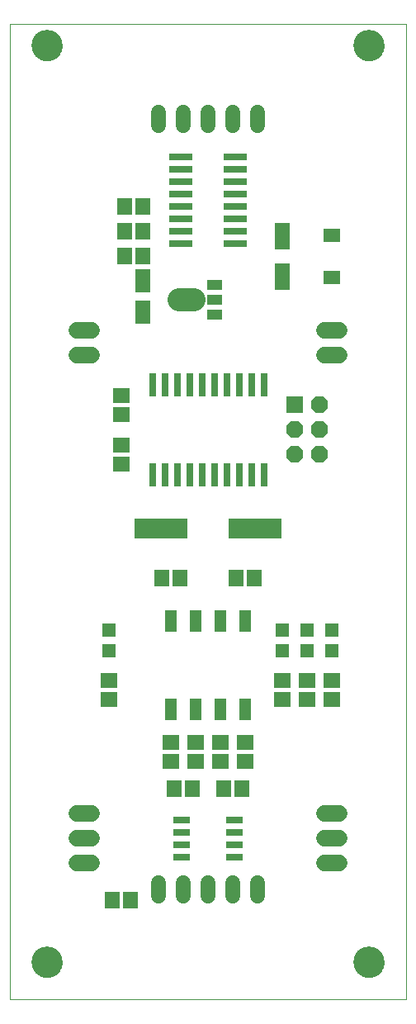
<source format=gts>
G75*
G70*
%OFA0B0*%
%FSLAX24Y24*%
%IPPOS*%
%LPD*%
%AMOC8*
5,1,8,0,0,1.08239X$1,22.5*
%
%ADD10C,0.0000*%
%ADD11C,0.1261*%
%ADD12R,0.0316X0.0946*%
%ADD13R,0.0680X0.0680*%
%ADD14OC8,0.0680*%
%ADD15R,0.0671X0.0592*%
%ADD16R,0.2180X0.0840*%
%ADD17R,0.0592X0.0671*%
%ADD18R,0.0671X0.0316*%
%ADD19R,0.0510X0.0870*%
%ADD20R,0.0659X0.0580*%
%ADD21R,0.0631X0.0946*%
%ADD22R,0.0631X0.1104*%
%ADD23C,0.0680*%
%ADD24R,0.0946X0.0316*%
%ADD25C,0.0595*%
%ADD26C,0.0946*%
%ADD27R,0.0620X0.0413*%
%ADD28R,0.0552X0.0552*%
D10*
X000156Y000655D02*
X000156Y040025D01*
X016156Y040025D01*
X016156Y000655D01*
X000156Y000655D01*
X001065Y002155D02*
X001067Y002203D01*
X001073Y002251D01*
X001083Y002298D01*
X001096Y002344D01*
X001114Y002389D01*
X001134Y002433D01*
X001159Y002475D01*
X001187Y002514D01*
X001217Y002551D01*
X001251Y002585D01*
X001288Y002617D01*
X001326Y002646D01*
X001367Y002671D01*
X001410Y002693D01*
X001455Y002711D01*
X001501Y002725D01*
X001548Y002736D01*
X001596Y002743D01*
X001644Y002746D01*
X001692Y002745D01*
X001740Y002740D01*
X001788Y002731D01*
X001834Y002719D01*
X001879Y002702D01*
X001923Y002682D01*
X001965Y002659D01*
X002005Y002632D01*
X002043Y002602D01*
X002078Y002569D01*
X002110Y002533D01*
X002140Y002495D01*
X002166Y002454D01*
X002188Y002411D01*
X002208Y002367D01*
X002223Y002322D01*
X002235Y002275D01*
X002243Y002227D01*
X002247Y002179D01*
X002247Y002131D01*
X002243Y002083D01*
X002235Y002035D01*
X002223Y001988D01*
X002208Y001943D01*
X002188Y001899D01*
X002166Y001856D01*
X002140Y001815D01*
X002110Y001777D01*
X002078Y001741D01*
X002043Y001708D01*
X002005Y001678D01*
X001965Y001651D01*
X001923Y001628D01*
X001879Y001608D01*
X001834Y001591D01*
X001788Y001579D01*
X001740Y001570D01*
X001692Y001565D01*
X001644Y001564D01*
X001596Y001567D01*
X001548Y001574D01*
X001501Y001585D01*
X001455Y001599D01*
X001410Y001617D01*
X001367Y001639D01*
X001326Y001664D01*
X001288Y001693D01*
X001251Y001725D01*
X001217Y001759D01*
X001187Y001796D01*
X001159Y001835D01*
X001134Y001877D01*
X001114Y001921D01*
X001096Y001966D01*
X001083Y002012D01*
X001073Y002059D01*
X001067Y002107D01*
X001065Y002155D01*
X014065Y002155D02*
X014067Y002203D01*
X014073Y002251D01*
X014083Y002298D01*
X014096Y002344D01*
X014114Y002389D01*
X014134Y002433D01*
X014159Y002475D01*
X014187Y002514D01*
X014217Y002551D01*
X014251Y002585D01*
X014288Y002617D01*
X014326Y002646D01*
X014367Y002671D01*
X014410Y002693D01*
X014455Y002711D01*
X014501Y002725D01*
X014548Y002736D01*
X014596Y002743D01*
X014644Y002746D01*
X014692Y002745D01*
X014740Y002740D01*
X014788Y002731D01*
X014834Y002719D01*
X014879Y002702D01*
X014923Y002682D01*
X014965Y002659D01*
X015005Y002632D01*
X015043Y002602D01*
X015078Y002569D01*
X015110Y002533D01*
X015140Y002495D01*
X015166Y002454D01*
X015188Y002411D01*
X015208Y002367D01*
X015223Y002322D01*
X015235Y002275D01*
X015243Y002227D01*
X015247Y002179D01*
X015247Y002131D01*
X015243Y002083D01*
X015235Y002035D01*
X015223Y001988D01*
X015208Y001943D01*
X015188Y001899D01*
X015166Y001856D01*
X015140Y001815D01*
X015110Y001777D01*
X015078Y001741D01*
X015043Y001708D01*
X015005Y001678D01*
X014965Y001651D01*
X014923Y001628D01*
X014879Y001608D01*
X014834Y001591D01*
X014788Y001579D01*
X014740Y001570D01*
X014692Y001565D01*
X014644Y001564D01*
X014596Y001567D01*
X014548Y001574D01*
X014501Y001585D01*
X014455Y001599D01*
X014410Y001617D01*
X014367Y001639D01*
X014326Y001664D01*
X014288Y001693D01*
X014251Y001725D01*
X014217Y001759D01*
X014187Y001796D01*
X014159Y001835D01*
X014134Y001877D01*
X014114Y001921D01*
X014096Y001966D01*
X014083Y002012D01*
X014073Y002059D01*
X014067Y002107D01*
X014065Y002155D01*
X014065Y039155D02*
X014067Y039203D01*
X014073Y039251D01*
X014083Y039298D01*
X014096Y039344D01*
X014114Y039389D01*
X014134Y039433D01*
X014159Y039475D01*
X014187Y039514D01*
X014217Y039551D01*
X014251Y039585D01*
X014288Y039617D01*
X014326Y039646D01*
X014367Y039671D01*
X014410Y039693D01*
X014455Y039711D01*
X014501Y039725D01*
X014548Y039736D01*
X014596Y039743D01*
X014644Y039746D01*
X014692Y039745D01*
X014740Y039740D01*
X014788Y039731D01*
X014834Y039719D01*
X014879Y039702D01*
X014923Y039682D01*
X014965Y039659D01*
X015005Y039632D01*
X015043Y039602D01*
X015078Y039569D01*
X015110Y039533D01*
X015140Y039495D01*
X015166Y039454D01*
X015188Y039411D01*
X015208Y039367D01*
X015223Y039322D01*
X015235Y039275D01*
X015243Y039227D01*
X015247Y039179D01*
X015247Y039131D01*
X015243Y039083D01*
X015235Y039035D01*
X015223Y038988D01*
X015208Y038943D01*
X015188Y038899D01*
X015166Y038856D01*
X015140Y038815D01*
X015110Y038777D01*
X015078Y038741D01*
X015043Y038708D01*
X015005Y038678D01*
X014965Y038651D01*
X014923Y038628D01*
X014879Y038608D01*
X014834Y038591D01*
X014788Y038579D01*
X014740Y038570D01*
X014692Y038565D01*
X014644Y038564D01*
X014596Y038567D01*
X014548Y038574D01*
X014501Y038585D01*
X014455Y038599D01*
X014410Y038617D01*
X014367Y038639D01*
X014326Y038664D01*
X014288Y038693D01*
X014251Y038725D01*
X014217Y038759D01*
X014187Y038796D01*
X014159Y038835D01*
X014134Y038877D01*
X014114Y038921D01*
X014096Y038966D01*
X014083Y039012D01*
X014073Y039059D01*
X014067Y039107D01*
X014065Y039155D01*
X001065Y039155D02*
X001067Y039203D01*
X001073Y039251D01*
X001083Y039298D01*
X001096Y039344D01*
X001114Y039389D01*
X001134Y039433D01*
X001159Y039475D01*
X001187Y039514D01*
X001217Y039551D01*
X001251Y039585D01*
X001288Y039617D01*
X001326Y039646D01*
X001367Y039671D01*
X001410Y039693D01*
X001455Y039711D01*
X001501Y039725D01*
X001548Y039736D01*
X001596Y039743D01*
X001644Y039746D01*
X001692Y039745D01*
X001740Y039740D01*
X001788Y039731D01*
X001834Y039719D01*
X001879Y039702D01*
X001923Y039682D01*
X001965Y039659D01*
X002005Y039632D01*
X002043Y039602D01*
X002078Y039569D01*
X002110Y039533D01*
X002140Y039495D01*
X002166Y039454D01*
X002188Y039411D01*
X002208Y039367D01*
X002223Y039322D01*
X002235Y039275D01*
X002243Y039227D01*
X002247Y039179D01*
X002247Y039131D01*
X002243Y039083D01*
X002235Y039035D01*
X002223Y038988D01*
X002208Y038943D01*
X002188Y038899D01*
X002166Y038856D01*
X002140Y038815D01*
X002110Y038777D01*
X002078Y038741D01*
X002043Y038708D01*
X002005Y038678D01*
X001965Y038651D01*
X001923Y038628D01*
X001879Y038608D01*
X001834Y038591D01*
X001788Y038579D01*
X001740Y038570D01*
X001692Y038565D01*
X001644Y038564D01*
X001596Y038567D01*
X001548Y038574D01*
X001501Y038585D01*
X001455Y038599D01*
X001410Y038617D01*
X001367Y038639D01*
X001326Y038664D01*
X001288Y038693D01*
X001251Y038725D01*
X001217Y038759D01*
X001187Y038796D01*
X001159Y038835D01*
X001134Y038877D01*
X001114Y038921D01*
X001096Y038966D01*
X001083Y039012D01*
X001073Y039059D01*
X001067Y039107D01*
X001065Y039155D01*
D11*
X001656Y039155D03*
X014656Y039155D03*
X014656Y002155D03*
X001656Y002155D03*
D12*
X005906Y021844D03*
X006406Y021844D03*
X006906Y021844D03*
X007406Y021844D03*
X007906Y021844D03*
X008406Y021844D03*
X008906Y021844D03*
X009406Y021844D03*
X009906Y021844D03*
X010406Y021844D03*
X010406Y025466D03*
X009906Y025466D03*
X009406Y025466D03*
X008906Y025466D03*
X008406Y025466D03*
X007906Y025466D03*
X007406Y025466D03*
X006906Y025466D03*
X006406Y025466D03*
X005906Y025466D03*
D13*
X011656Y024655D03*
D14*
X011656Y023655D03*
X011656Y022655D03*
X012656Y022655D03*
X012656Y023655D03*
X012656Y024655D03*
D15*
X013156Y013529D03*
X013156Y012781D03*
X012156Y012781D03*
X012156Y013529D03*
X011156Y013529D03*
X011156Y012781D03*
X009656Y011029D03*
X009656Y010281D03*
X008656Y010281D03*
X008656Y011029D03*
X007656Y011029D03*
X007656Y010281D03*
X006656Y010281D03*
X006656Y011029D03*
X004156Y012781D03*
X004156Y013529D03*
X004656Y022281D03*
X004656Y023029D03*
X004656Y024281D03*
X004656Y025029D03*
D16*
X006256Y019655D03*
X010056Y019655D03*
D17*
X010030Y017655D03*
X009282Y017655D03*
X007030Y017655D03*
X006282Y017655D03*
X006782Y009155D03*
X007530Y009155D03*
X008782Y009155D03*
X009530Y009155D03*
X005030Y004655D03*
X004282Y004655D03*
X004782Y030655D03*
X004782Y031655D03*
X004782Y032655D03*
X005530Y032655D03*
X005530Y031655D03*
X005530Y030655D03*
D18*
X007073Y007905D03*
X007073Y007405D03*
X007073Y006905D03*
X007073Y006405D03*
X009238Y006405D03*
X009238Y006905D03*
X009238Y007405D03*
X009238Y007905D03*
D19*
X009656Y012385D03*
X008656Y012385D03*
X007656Y012385D03*
X006656Y012385D03*
X006656Y015925D03*
X007656Y015925D03*
X008656Y015925D03*
X009656Y015925D03*
D20*
X013156Y029809D03*
X013156Y031502D03*
D21*
X005531Y029660D03*
X005531Y028400D03*
D22*
X011156Y029848D03*
X011156Y031462D03*
D23*
X012856Y027655D02*
X013456Y027655D01*
X013456Y026655D02*
X012856Y026655D01*
X012856Y008155D02*
X013456Y008155D01*
X013456Y007155D02*
X012856Y007155D01*
X012856Y006155D02*
X013456Y006155D01*
X003456Y006155D02*
X002856Y006155D01*
X002856Y007155D02*
X003456Y007155D01*
X003456Y008155D02*
X002856Y008155D01*
X002856Y026655D02*
X003456Y026655D01*
X003456Y027655D02*
X002856Y027655D01*
D24*
X007053Y031155D03*
X007053Y031655D03*
X007053Y032155D03*
X007053Y032655D03*
X007053Y033155D03*
X007053Y033655D03*
X007053Y034155D03*
X007053Y034655D03*
X009258Y034655D03*
X009258Y034155D03*
X009258Y033655D03*
X009258Y033155D03*
X009258Y032655D03*
X009258Y032155D03*
X009258Y031655D03*
X009258Y031155D03*
D25*
X009156Y035949D02*
X009156Y036464D01*
X010156Y036464D02*
X010156Y035949D01*
X008156Y035949D02*
X008156Y036464D01*
X007156Y036464D02*
X007156Y035949D01*
X006156Y035949D02*
X006156Y036464D01*
X006156Y005361D02*
X006156Y004846D01*
X007156Y004846D02*
X007156Y005361D01*
X008156Y005361D02*
X008156Y004846D01*
X009156Y004846D02*
X009156Y005361D01*
X010156Y005361D02*
X010156Y004846D01*
D26*
X007581Y028905D02*
X006991Y028905D01*
D27*
X008438Y028905D03*
X008438Y028315D03*
X008438Y029496D03*
D28*
X011156Y015569D03*
X011156Y014742D03*
X012156Y014742D03*
X012156Y015569D03*
X013156Y015569D03*
X013156Y014742D03*
X004156Y014742D03*
X004156Y015569D03*
M02*

</source>
